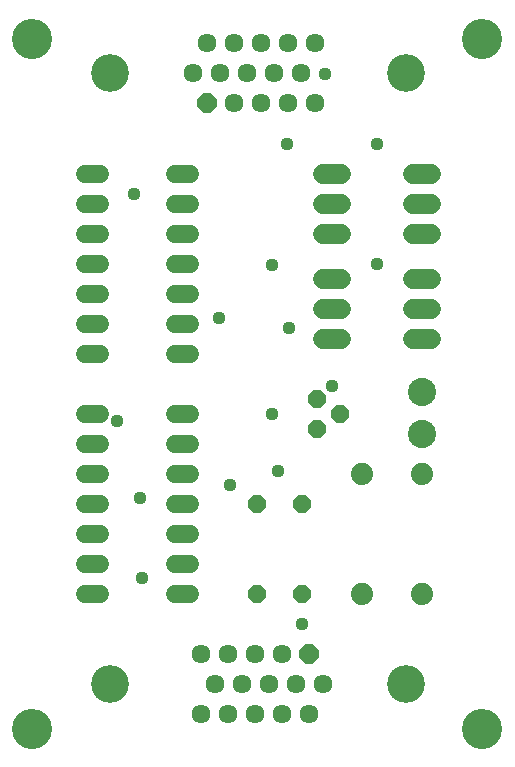
<source format=gbs>
G75*
%MOIN*%
%OFA0B0*%
%FSLAX25Y25*%
%IPPOS*%
%LPD*%
%AMOC8*
5,1,8,0,0,1.08239X$1,22.5*
%
%ADD10C,0.13398*%
%ADD11C,0.06343*%
%ADD12OC8,0.06343*%
%ADD13C,0.12611*%
%ADD14C,0.07400*%
%ADD15C,0.06000*%
%ADD16C,0.09400*%
%ADD17C,0.06800*%
%ADD18OC8,0.06000*%
%ADD19C,0.04369*%
D10*
X0031800Y0055748D03*
X0031800Y0285748D03*
X0181800Y0285748D03*
X0181800Y0055748D03*
D11*
X0128543Y0070619D03*
X0124043Y0060619D03*
X0119543Y0070619D03*
X0115043Y0080619D03*
X0110543Y0070619D03*
X0106043Y0080619D03*
X0101543Y0070619D03*
X0097043Y0080619D03*
X0092543Y0070619D03*
X0088043Y0080619D03*
X0088043Y0060619D03*
X0097043Y0060619D03*
X0106043Y0060619D03*
X0115043Y0060619D03*
X0116956Y0264384D03*
X0112456Y0274384D03*
X0107956Y0284384D03*
X0103456Y0274384D03*
X0098956Y0284384D03*
X0094456Y0274384D03*
X0089956Y0284384D03*
X0085456Y0274384D03*
X0098956Y0264384D03*
X0107956Y0264384D03*
X0121456Y0274384D03*
X0116956Y0284384D03*
X0125956Y0284384D03*
X0125956Y0264384D03*
D12*
X0089956Y0264384D03*
X0124043Y0080619D03*
D13*
X0156212Y0070619D03*
X0057787Y0070619D03*
X0057787Y0274384D03*
X0156212Y0274384D03*
D14*
X0161800Y0140748D03*
X0141800Y0140748D03*
X0141800Y0100748D03*
X0161800Y0100748D03*
D15*
X0084400Y0100748D02*
X0079200Y0100748D01*
X0079200Y0110748D02*
X0084400Y0110748D01*
X0084400Y0120748D02*
X0079200Y0120748D01*
X0079200Y0130748D02*
X0084400Y0130748D01*
X0084400Y0140748D02*
X0079200Y0140748D01*
X0079200Y0150748D02*
X0084400Y0150748D01*
X0084400Y0160748D02*
X0079200Y0160748D01*
X0079200Y0180748D02*
X0084400Y0180748D01*
X0084400Y0190748D02*
X0079200Y0190748D01*
X0079200Y0200748D02*
X0084400Y0200748D01*
X0084400Y0210748D02*
X0079200Y0210748D01*
X0079200Y0220748D02*
X0084400Y0220748D01*
X0084400Y0230748D02*
X0079200Y0230748D01*
X0079200Y0240748D02*
X0084400Y0240748D01*
X0054400Y0240748D02*
X0049200Y0240748D01*
X0049200Y0230748D02*
X0054400Y0230748D01*
X0054400Y0220748D02*
X0049200Y0220748D01*
X0049200Y0210748D02*
X0054400Y0210748D01*
X0054400Y0200748D02*
X0049200Y0200748D01*
X0049200Y0190748D02*
X0054400Y0190748D01*
X0054400Y0180748D02*
X0049200Y0180748D01*
X0049200Y0160748D02*
X0054400Y0160748D01*
X0054400Y0150748D02*
X0049200Y0150748D01*
X0049200Y0140748D02*
X0054400Y0140748D01*
X0054400Y0130748D02*
X0049200Y0130748D01*
X0049200Y0120748D02*
X0054400Y0120748D01*
X0054400Y0110748D02*
X0049200Y0110748D01*
X0049200Y0100748D02*
X0054400Y0100748D01*
D16*
X0161800Y0154055D03*
X0161800Y0167835D03*
D17*
X0164800Y0185748D02*
X0158800Y0185748D01*
X0158800Y0195748D02*
X0164800Y0195748D01*
X0164800Y0205748D02*
X0158800Y0205748D01*
X0158800Y0220748D02*
X0164800Y0220748D01*
X0164800Y0230748D02*
X0158800Y0230748D01*
X0158800Y0240748D02*
X0164800Y0240748D01*
X0134800Y0240748D02*
X0128800Y0240748D01*
X0128800Y0230748D02*
X0134800Y0230748D01*
X0134800Y0220748D02*
X0128800Y0220748D01*
X0128800Y0205748D02*
X0134800Y0205748D01*
X0134800Y0195748D02*
X0128800Y0195748D01*
X0128800Y0185748D02*
X0134800Y0185748D01*
D18*
X0126800Y0165748D03*
X0134300Y0160748D03*
X0126800Y0155748D03*
X0121800Y0130748D03*
X0106800Y0130748D03*
X0106800Y0100748D03*
X0121800Y0100748D03*
D19*
X0121800Y0090748D03*
X0097824Y0136968D03*
X0111843Y0160717D03*
X0113781Y0141487D03*
X0131780Y0169941D03*
X0117509Y0189134D03*
X0111773Y0210392D03*
X0093887Y0192579D03*
X0065835Y0233917D03*
X0059930Y0158130D03*
X0067804Y0132539D03*
X0068296Y0105965D03*
X0146800Y0210748D03*
X0146800Y0250748D03*
X0129502Y0274102D03*
X0116800Y0250748D03*
M02*

</source>
